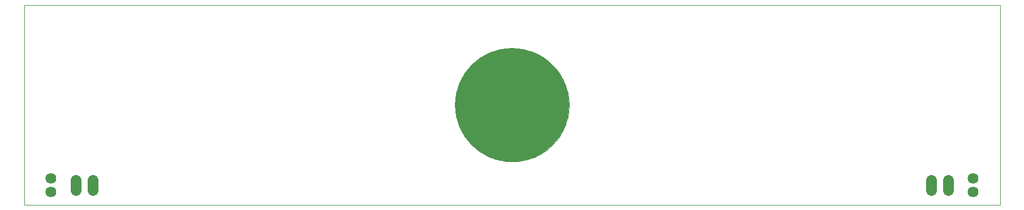
<source format=gbs>
G75*
G70*
%OFA0B0*%
%FSLAX24Y24*%
%IPPOS*%
%LPD*%
%AMOC8*
5,1,8,0,0,1.08239X$1,22.5*
%
%ADD10C,0.0000*%
%ADD11C,0.6733*%
%ADD12C,0.0631*%
%ADD13C,0.0640*%
D10*
X000350Y000280D02*
X057830Y000280D01*
X057830Y012091D01*
X000350Y012091D01*
X000350Y000280D01*
X025744Y006186D02*
X025748Y006350D01*
X025760Y006514D01*
X025780Y006677D01*
X025808Y006839D01*
X025844Y006999D01*
X025888Y007157D01*
X025940Y007313D01*
X025999Y007466D01*
X026065Y007617D01*
X026139Y007763D01*
X026220Y007906D01*
X026308Y008045D01*
X026402Y008179D01*
X026504Y008309D01*
X026611Y008433D01*
X026724Y008552D01*
X026843Y008665D01*
X026967Y008772D01*
X027097Y008874D01*
X027231Y008968D01*
X027370Y009056D01*
X027513Y009137D01*
X027659Y009211D01*
X027810Y009277D01*
X027963Y009336D01*
X028119Y009388D01*
X028277Y009432D01*
X028437Y009468D01*
X028599Y009496D01*
X028762Y009516D01*
X028926Y009528D01*
X029090Y009532D01*
X029254Y009528D01*
X029418Y009516D01*
X029581Y009496D01*
X029743Y009468D01*
X029903Y009432D01*
X030061Y009388D01*
X030217Y009336D01*
X030370Y009277D01*
X030521Y009211D01*
X030667Y009137D01*
X030810Y009056D01*
X030949Y008968D01*
X031083Y008874D01*
X031213Y008772D01*
X031337Y008665D01*
X031456Y008552D01*
X031569Y008433D01*
X031676Y008309D01*
X031778Y008179D01*
X031872Y008045D01*
X031960Y007906D01*
X032041Y007763D01*
X032115Y007617D01*
X032181Y007466D01*
X032240Y007313D01*
X032292Y007157D01*
X032336Y006999D01*
X032372Y006839D01*
X032400Y006677D01*
X032420Y006514D01*
X032432Y006350D01*
X032436Y006186D01*
X032432Y006022D01*
X032420Y005858D01*
X032400Y005695D01*
X032372Y005533D01*
X032336Y005373D01*
X032292Y005215D01*
X032240Y005059D01*
X032181Y004906D01*
X032115Y004755D01*
X032041Y004609D01*
X031960Y004466D01*
X031872Y004327D01*
X031778Y004193D01*
X031676Y004063D01*
X031569Y003939D01*
X031456Y003820D01*
X031337Y003707D01*
X031213Y003600D01*
X031083Y003498D01*
X030949Y003404D01*
X030810Y003316D01*
X030667Y003235D01*
X030521Y003161D01*
X030370Y003095D01*
X030217Y003036D01*
X030061Y002984D01*
X029903Y002940D01*
X029743Y002904D01*
X029581Y002876D01*
X029418Y002856D01*
X029254Y002844D01*
X029090Y002840D01*
X028926Y002844D01*
X028762Y002856D01*
X028599Y002876D01*
X028437Y002904D01*
X028277Y002940D01*
X028119Y002984D01*
X027963Y003036D01*
X027810Y003095D01*
X027659Y003161D01*
X027513Y003235D01*
X027370Y003316D01*
X027231Y003404D01*
X027097Y003498D01*
X026967Y003600D01*
X026843Y003707D01*
X026724Y003820D01*
X026611Y003939D01*
X026504Y004063D01*
X026402Y004193D01*
X026308Y004327D01*
X026220Y004466D01*
X026139Y004609D01*
X026065Y004755D01*
X025999Y004906D01*
X025940Y005059D01*
X025888Y005215D01*
X025844Y005373D01*
X025808Y005533D01*
X025780Y005695D01*
X025760Y005858D01*
X025748Y006022D01*
X025744Y006186D01*
D11*
X029090Y006186D03*
D12*
X053787Y001756D02*
X053787Y001166D01*
X054787Y001166D02*
X054787Y001756D01*
X004393Y001756D02*
X004393Y001166D01*
X003393Y001166D02*
X003393Y001756D01*
D13*
X001925Y001855D03*
X001925Y001067D03*
X056256Y001067D03*
X056256Y001855D03*
M02*

</source>
